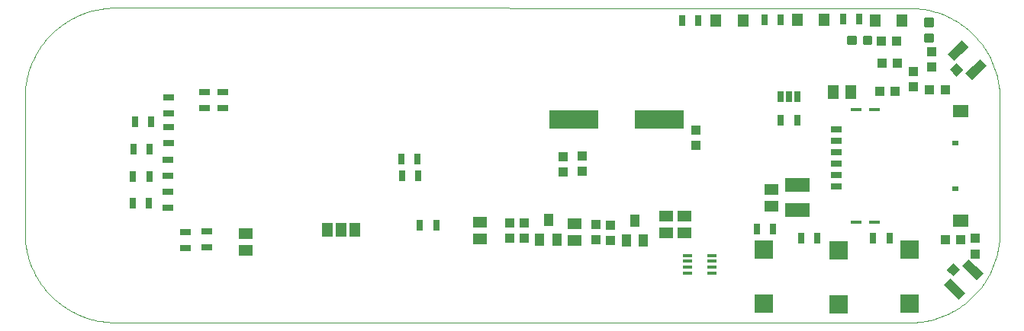
<source format=gtp>
G75*
%MOIN*%
%OFA0B0*%
%FSLAX25Y25*%
%IPPOS*%
%LPD*%
%AMOC8*
5,1,8,0,0,1.08239X$1,22.5*
%
%ADD10C,0.00394*%
%ADD11R,0.10630X0.06299*%
%ADD12R,0.05906X0.05118*%
%ADD13R,0.04528X0.02559*%
%ADD14R,0.05118X0.01772*%
%ADD15R,0.06693X0.05512*%
%ADD16R,0.03150X0.02126*%
%ADD17R,0.04724X0.05512*%
%ADD18R,0.03150X0.04724*%
%ADD19R,0.07874X0.07874*%
%ADD20R,0.05118X0.05906*%
%ADD21R,0.02600X0.05000*%
%ADD22R,0.02500X0.05000*%
%ADD23R,0.03937X0.05512*%
%ADD24R,0.03937X0.04331*%
%ADD25R,0.04724X0.03150*%
%ADD26R,0.04100X0.08900*%
%ADD27R,0.04100X0.04300*%
%ADD28R,0.21700X0.07900*%
%ADD29R,0.04331X0.03937*%
%ADD30C,0.01181*%
%ADD31R,0.03850X0.01700*%
%ADD32R,0.04252X0.04134*%
%ADD33R,0.04600X0.06300*%
D10*
X0070290Y0021000D02*
X0417385Y0020900D01*
X0418336Y0020911D01*
X0419287Y0020946D01*
X0420237Y0021003D01*
X0421185Y0021084D01*
X0422131Y0021187D01*
X0423074Y0021313D01*
X0424013Y0021462D01*
X0424949Y0021633D01*
X0425880Y0021828D01*
X0426807Y0022044D01*
X0427728Y0022283D01*
X0428643Y0022544D01*
X0429551Y0022827D01*
X0430452Y0023132D01*
X0431346Y0023458D01*
X0432231Y0023807D01*
X0433108Y0024176D01*
X0433976Y0024566D01*
X0434833Y0024978D01*
X0435681Y0025410D01*
X0436518Y0025862D01*
X0437344Y0026334D01*
X0438158Y0026826D01*
X0438960Y0027338D01*
X0439750Y0027869D01*
X0440526Y0028419D01*
X0441289Y0028987D01*
X0442038Y0029574D01*
X0442772Y0030179D01*
X0443492Y0030801D01*
X0444197Y0031441D01*
X0444885Y0032097D01*
X0445558Y0032770D01*
X0446214Y0033458D01*
X0446854Y0034163D01*
X0447476Y0034883D01*
X0448081Y0035617D01*
X0448668Y0036366D01*
X0449236Y0037129D01*
X0449786Y0037905D01*
X0450317Y0038695D01*
X0450829Y0039497D01*
X0451321Y0040311D01*
X0451793Y0041137D01*
X0452245Y0041974D01*
X0452677Y0042822D01*
X0453089Y0043679D01*
X0453479Y0044547D01*
X0453848Y0045424D01*
X0454197Y0046309D01*
X0454523Y0047203D01*
X0454828Y0048104D01*
X0455111Y0049012D01*
X0455372Y0049927D01*
X0455611Y0050848D01*
X0455827Y0051775D01*
X0456022Y0052706D01*
X0456193Y0053642D01*
X0456342Y0054581D01*
X0456468Y0055524D01*
X0456571Y0056470D01*
X0456652Y0057418D01*
X0456709Y0058368D01*
X0456744Y0059319D01*
X0456755Y0060270D01*
X0456755Y0119325D01*
X0456744Y0120276D01*
X0456709Y0121227D01*
X0456652Y0122177D01*
X0456571Y0123125D01*
X0456468Y0124071D01*
X0456342Y0125014D01*
X0456193Y0125953D01*
X0456022Y0126889D01*
X0455827Y0127820D01*
X0455611Y0128747D01*
X0455372Y0129668D01*
X0455111Y0130583D01*
X0454828Y0131491D01*
X0454523Y0132392D01*
X0454197Y0133286D01*
X0453848Y0134171D01*
X0453479Y0135048D01*
X0453089Y0135916D01*
X0452677Y0136773D01*
X0452245Y0137621D01*
X0451793Y0138458D01*
X0451321Y0139284D01*
X0450829Y0140098D01*
X0450317Y0140900D01*
X0449786Y0141690D01*
X0449236Y0142466D01*
X0448668Y0143229D01*
X0448081Y0143978D01*
X0447476Y0144712D01*
X0446854Y0145432D01*
X0446214Y0146137D01*
X0445558Y0146825D01*
X0444885Y0147498D01*
X0444197Y0148154D01*
X0443492Y0148794D01*
X0442772Y0149416D01*
X0442038Y0150021D01*
X0441289Y0150608D01*
X0440526Y0151176D01*
X0439750Y0151726D01*
X0438960Y0152257D01*
X0438158Y0152769D01*
X0437344Y0153261D01*
X0436518Y0153733D01*
X0435681Y0154185D01*
X0434833Y0154617D01*
X0433976Y0155029D01*
X0433108Y0155419D01*
X0432231Y0155788D01*
X0431346Y0156137D01*
X0430452Y0156463D01*
X0429551Y0156768D01*
X0428643Y0157051D01*
X0427728Y0157312D01*
X0426807Y0157551D01*
X0425880Y0157767D01*
X0424949Y0157962D01*
X0424013Y0158133D01*
X0423074Y0158282D01*
X0422131Y0158408D01*
X0421185Y0158511D01*
X0420237Y0158592D01*
X0419287Y0158649D01*
X0418336Y0158684D01*
X0417385Y0158695D01*
X0070290Y0158795D01*
X0069339Y0158784D01*
X0068388Y0158749D01*
X0067438Y0158692D01*
X0066490Y0158611D01*
X0065544Y0158508D01*
X0064601Y0158382D01*
X0063662Y0158233D01*
X0062726Y0158062D01*
X0061795Y0157867D01*
X0060868Y0157651D01*
X0059947Y0157412D01*
X0059032Y0157151D01*
X0058124Y0156868D01*
X0057223Y0156563D01*
X0056329Y0156237D01*
X0055444Y0155888D01*
X0054567Y0155519D01*
X0053699Y0155129D01*
X0052842Y0154717D01*
X0051994Y0154285D01*
X0051157Y0153833D01*
X0050331Y0153361D01*
X0049517Y0152869D01*
X0048715Y0152357D01*
X0047925Y0151826D01*
X0047149Y0151276D01*
X0046386Y0150708D01*
X0045637Y0150121D01*
X0044903Y0149516D01*
X0044183Y0148894D01*
X0043478Y0148254D01*
X0042790Y0147598D01*
X0042117Y0146925D01*
X0041461Y0146237D01*
X0040821Y0145532D01*
X0040199Y0144812D01*
X0039594Y0144078D01*
X0039007Y0143329D01*
X0038439Y0142566D01*
X0037889Y0141790D01*
X0037358Y0141000D01*
X0036846Y0140198D01*
X0036354Y0139384D01*
X0035882Y0138558D01*
X0035430Y0137721D01*
X0034998Y0136873D01*
X0034586Y0136016D01*
X0034196Y0135148D01*
X0033827Y0134271D01*
X0033478Y0133386D01*
X0033152Y0132492D01*
X0032847Y0131591D01*
X0032564Y0130683D01*
X0032303Y0129768D01*
X0032064Y0128847D01*
X0031848Y0127920D01*
X0031653Y0126989D01*
X0031482Y0126053D01*
X0031333Y0125114D01*
X0031207Y0124171D01*
X0031104Y0123225D01*
X0031023Y0122277D01*
X0030966Y0121327D01*
X0030931Y0120376D01*
X0030920Y0119425D01*
X0030920Y0060370D01*
X0030931Y0059419D01*
X0030966Y0058468D01*
X0031023Y0057518D01*
X0031104Y0056570D01*
X0031207Y0055624D01*
X0031333Y0054681D01*
X0031482Y0053742D01*
X0031653Y0052806D01*
X0031848Y0051875D01*
X0032064Y0050948D01*
X0032303Y0050027D01*
X0032564Y0049112D01*
X0032847Y0048204D01*
X0033152Y0047303D01*
X0033478Y0046409D01*
X0033827Y0045524D01*
X0034196Y0044647D01*
X0034586Y0043779D01*
X0034998Y0042922D01*
X0035430Y0042074D01*
X0035882Y0041237D01*
X0036354Y0040411D01*
X0036846Y0039597D01*
X0037358Y0038795D01*
X0037889Y0038005D01*
X0038439Y0037229D01*
X0039007Y0036466D01*
X0039594Y0035717D01*
X0040199Y0034983D01*
X0040821Y0034263D01*
X0041461Y0033558D01*
X0042117Y0032870D01*
X0042790Y0032197D01*
X0043478Y0031541D01*
X0044183Y0030901D01*
X0044903Y0030279D01*
X0045637Y0029674D01*
X0046386Y0029087D01*
X0047149Y0028519D01*
X0047925Y0027969D01*
X0048715Y0027438D01*
X0049517Y0026926D01*
X0050331Y0026434D01*
X0051157Y0025962D01*
X0051994Y0025510D01*
X0052842Y0025078D01*
X0053699Y0024666D01*
X0054567Y0024276D01*
X0055444Y0023907D01*
X0056329Y0023558D01*
X0057223Y0023232D01*
X0058124Y0022927D01*
X0059032Y0022644D01*
X0059947Y0022383D01*
X0060868Y0022144D01*
X0061795Y0021928D01*
X0062726Y0021733D01*
X0063662Y0021562D01*
X0064601Y0021413D01*
X0065544Y0021287D01*
X0066490Y0021184D01*
X0067438Y0021103D01*
X0068388Y0021046D01*
X0069339Y0021011D01*
X0070290Y0021000D01*
X0030920Y0119425D02*
X0030931Y0120376D01*
X0030966Y0121327D01*
X0031023Y0122277D01*
X0031104Y0123225D01*
X0031207Y0124171D01*
X0031333Y0125114D01*
X0031482Y0126053D01*
X0031653Y0126989D01*
X0031848Y0127920D01*
X0032064Y0128847D01*
X0032303Y0129768D01*
X0032564Y0130683D01*
X0032847Y0131591D01*
X0033152Y0132492D01*
X0033478Y0133386D01*
X0033827Y0134271D01*
X0034196Y0135148D01*
X0034586Y0136016D01*
X0034998Y0136873D01*
X0035430Y0137721D01*
X0035882Y0138558D01*
X0036354Y0139384D01*
X0036846Y0140198D01*
X0037358Y0141000D01*
X0037889Y0141790D01*
X0038439Y0142566D01*
X0039007Y0143329D01*
X0039594Y0144078D01*
X0040199Y0144812D01*
X0040821Y0145532D01*
X0041461Y0146237D01*
X0042117Y0146925D01*
X0042790Y0147598D01*
X0043478Y0148254D01*
X0044183Y0148894D01*
X0044903Y0149516D01*
X0045637Y0150121D01*
X0046386Y0150708D01*
X0047149Y0151276D01*
X0047925Y0151826D01*
X0048715Y0152357D01*
X0049517Y0152869D01*
X0050331Y0153361D01*
X0051157Y0153833D01*
X0051994Y0154285D01*
X0052842Y0154717D01*
X0053699Y0155129D01*
X0054567Y0155519D01*
X0055444Y0155888D01*
X0056329Y0156237D01*
X0057223Y0156563D01*
X0058124Y0156868D01*
X0059032Y0157151D01*
X0059947Y0157412D01*
X0060868Y0157651D01*
X0061795Y0157867D01*
X0062726Y0158062D01*
X0063662Y0158233D01*
X0064601Y0158382D01*
X0065544Y0158508D01*
X0066490Y0158611D01*
X0067438Y0158692D01*
X0068388Y0158749D01*
X0069339Y0158784D01*
X0070290Y0158795D01*
D11*
X0368472Y0081139D03*
X0368472Y0070115D03*
D12*
X0356994Y0071902D03*
X0356994Y0079382D03*
X0319213Y0067668D03*
X0311194Y0067713D03*
X0311194Y0060232D03*
X0319213Y0060187D03*
X0271058Y0056832D03*
X0271058Y0064313D03*
X0229709Y0064939D03*
X0229709Y0057458D03*
X0127306Y0059916D03*
X0127306Y0052435D03*
D13*
X0385526Y0080508D03*
X0385526Y0085508D03*
X0385526Y0090508D03*
X0385526Y0095508D03*
X0385526Y0100508D03*
X0385526Y0105508D03*
D14*
X0394069Y0114346D03*
X0401943Y0114346D03*
X0401943Y0064976D03*
X0394069Y0064976D03*
D15*
X0439581Y0065626D03*
X0439581Y0113697D03*
D16*
X0437298Y0099661D03*
X0437298Y0079661D03*
D17*
X0414050Y0153336D03*
X0402239Y0153336D03*
X0380093Y0153421D03*
X0368282Y0153421D03*
X0344660Y0153106D03*
X0332849Y0153106D03*
D18*
X0325231Y0153106D03*
X0318144Y0153106D03*
X0353931Y0153539D03*
X0361018Y0153539D03*
X0388380Y0153776D03*
X0395467Y0153776D03*
X0202454Y0092577D03*
X0195368Y0092577D03*
X0195668Y0085135D03*
X0202754Y0085135D03*
X0203498Y0063486D03*
X0210585Y0063486D03*
X0085141Y0073394D03*
X0078054Y0073394D03*
X0078154Y0084973D03*
X0085241Y0084973D03*
X0085441Y0096953D03*
X0078354Y0096953D03*
X0078954Y0108832D03*
X0086041Y0108832D03*
X0350594Y0061835D03*
X0357680Y0061835D03*
X0370061Y0057941D03*
X0377148Y0057941D03*
X0401483Y0057904D03*
X0408570Y0057904D03*
D19*
X0417372Y0052894D03*
X0386369Y0052594D03*
X0353825Y0052791D03*
X0353825Y0029169D03*
X0386369Y0028972D03*
X0417372Y0029272D03*
D20*
X0391660Y0122000D03*
X0384180Y0122000D03*
D21*
X0360916Y0109441D03*
D22*
X0368396Y0109441D03*
X0368396Y0119795D03*
X0364656Y0119795D03*
X0360916Y0119795D03*
D23*
X0297416Y0065728D03*
X0301156Y0057067D03*
X0293676Y0057067D03*
X0263356Y0057294D03*
X0255876Y0057294D03*
X0259616Y0065956D03*
D24*
X0249158Y0064490D03*
X0242649Y0064490D03*
X0242649Y0057797D03*
X0249158Y0057797D03*
X0280286Y0057110D03*
X0286767Y0057010D03*
X0286767Y0063703D03*
X0280286Y0063803D03*
X0266038Y0086974D03*
X0274290Y0087317D03*
X0266038Y0093667D03*
X0274290Y0094010D03*
X0324117Y0098674D03*
X0324117Y0105367D03*
X0419082Y0124118D03*
X0419082Y0130811D03*
X0427220Y0132954D03*
X0427220Y0139646D03*
D25*
X0117520Y0121843D03*
X0109520Y0121843D03*
X0093749Y0119736D03*
X0109520Y0114757D03*
X0117520Y0114757D03*
X0093749Y0112650D03*
X0093628Y0106536D03*
X0093628Y0099450D03*
X0093431Y0092250D03*
X0093431Y0085164D03*
X0093252Y0078250D03*
X0093252Y0071164D03*
X0101220Y0060743D03*
X0110420Y0060843D03*
X0110420Y0053757D03*
X0101220Y0053657D03*
D26*
G36*
X0432423Y0037086D02*
X0435214Y0040089D01*
X0441733Y0034032D01*
X0438942Y0031029D01*
X0432423Y0037086D01*
G37*
G36*
X0440305Y0045568D02*
X0443096Y0048571D01*
X0449615Y0042514D01*
X0446824Y0039511D01*
X0440305Y0045568D01*
G37*
G36*
X0444648Y0127179D02*
X0441868Y0130192D01*
X0448408Y0136227D01*
X0451188Y0133214D01*
X0444648Y0127179D01*
G37*
G36*
X0436796Y0135688D02*
X0434016Y0138701D01*
X0440556Y0144736D01*
X0443336Y0141723D01*
X0436796Y0135688D01*
G37*
D27*
G36*
X0437795Y0128732D02*
X0435014Y0131744D01*
X0438173Y0134660D01*
X0440954Y0131648D01*
X0437795Y0128732D01*
G37*
G36*
X0433446Y0044040D02*
X0436237Y0047043D01*
X0439386Y0044116D01*
X0436595Y0041113D01*
X0433446Y0044040D01*
G37*
D28*
X0308224Y0109975D03*
X0270824Y0109975D03*
D29*
X0404495Y0122303D03*
X0411188Y0122303D03*
X0426211Y0122831D03*
X0432904Y0122831D03*
X0412188Y0134718D03*
X0405495Y0134718D03*
X0404973Y0144300D03*
X0411666Y0144300D03*
X0432973Y0057300D03*
X0439666Y0057300D03*
D30*
X0427298Y0144169D02*
X0424542Y0144169D01*
X0424542Y0146925D01*
X0427298Y0146925D01*
X0427298Y0144169D01*
X0427298Y0145291D02*
X0424542Y0145291D01*
X0424542Y0146413D02*
X0427298Y0146413D01*
X0427298Y0151075D02*
X0424542Y0151075D01*
X0424542Y0153831D01*
X0427298Y0153831D01*
X0427298Y0151075D01*
X0427298Y0152197D02*
X0424542Y0152197D01*
X0424542Y0153319D02*
X0427298Y0153319D01*
X0400550Y0145978D02*
X0400550Y0143222D01*
X0397794Y0143222D01*
X0397794Y0145978D01*
X0400550Y0145978D01*
X0400550Y0144344D02*
X0397794Y0144344D01*
X0397794Y0145466D02*
X0400550Y0145466D01*
X0393645Y0145978D02*
X0393645Y0143222D01*
X0390889Y0143222D01*
X0390889Y0145978D01*
X0393645Y0145978D01*
X0393645Y0144344D02*
X0390889Y0144344D01*
X0390889Y0145466D02*
X0393645Y0145466D01*
D31*
X0331195Y0050339D03*
X0331195Y0047780D03*
X0331195Y0045220D03*
X0331195Y0042661D03*
X0320445Y0042661D03*
X0320445Y0045220D03*
X0320445Y0047780D03*
X0320445Y0050339D03*
D32*
X0446020Y0051055D03*
X0446020Y0057945D03*
D33*
X0175220Y0061600D03*
X0169220Y0061600D03*
X0163220Y0061600D03*
M02*

</source>
